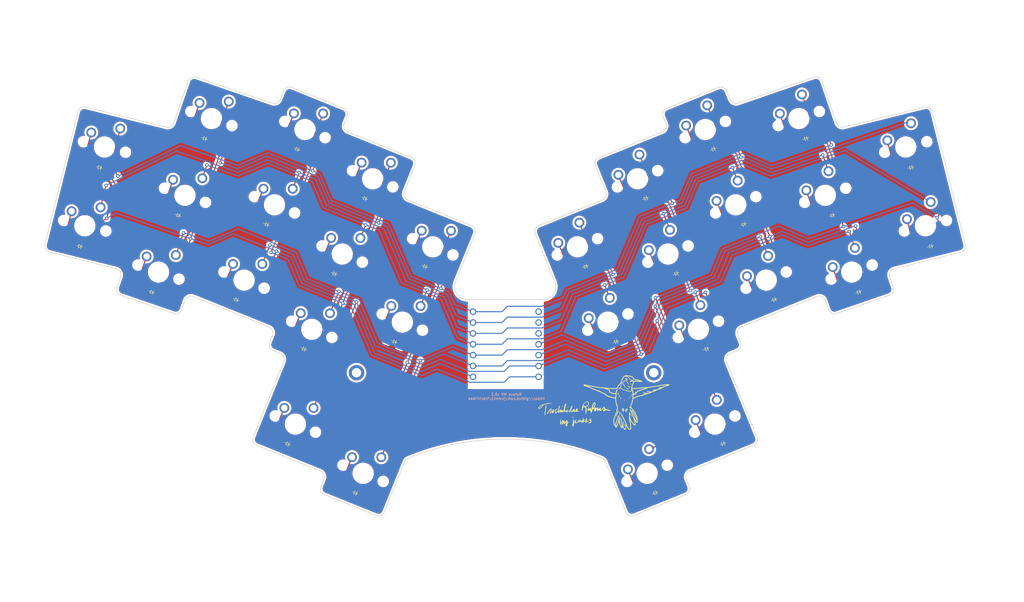
<source format=kicad_pcb>
(kicad_pcb (version 20211014) (generator pcbnew)
  (title_block (title "rufous_mx") (rev "v0.2") (company "Unknown"))
  (layers (0 "F.Cu" signal) (31 "B.Cu" signal) (34 "B.Paste" user) (35 "F.Paste" user) (36 "B.SilkS" user "B.Silkscreen") (37 "F.SilkS" user "F.Silkscreen") (38 "B.Mask" user) (39 "F.Mask" user) (44 "Edge.Cuts" user))
  (net 0 "")
  (net 1 "P2")
  (net 2 "P6")
  (net 3 "P0")
  (net 4 "P4")
  (net 5 "P3")
  (net 6 "P1")
  (net 7 "P5")
  (net 8 "P7")
  (net 9 "P8")
  (net 10 "GND")
  (net 11 "P9")
  (net 12 "P10")
  (net 13 "RAW3V3")
  (net 14 "RAW5V")
  (footprint "trochilidae:MXSimpleDiode" (layer "F.Cu") (at 143.632114 133.355764 -19)
    (fp_text reference "S4" hide)
    (fp_text value "" hide)
  )
  (footprint "trochilidae:MXSimpleDiode" (layer "F.Cu") (at 256.581799 147.103698 22)
    (fp_text reference "S25" hide)
    (fp_text value "" hide)
  )
  (footprint "trochilidae:MXSimpleDiode" (layer "F.Cu") (at 194.46037 163.029472 -22)
    (fp_text reference "S12" hide)
    (fp_text value "" hide)
  )
  (footprint "trochilidae:MXSimpleDiode" (layer "F.Cu") (at 263.699324 164.720195 22)
    (fp_text reference "S24" hide)
    (fp_text value "" hide)
  )
  (footprint "trochilidae:MXSimpleDiode" (layer "F.Cu") (at 293.352327 133.355763 19)
    (fp_text reference "S19" hide)
    (fp_text value "" hide)
  )
  (footprint "trochilidae:MXSimpleDiode" (layer "F.Cu") (at 149.817906 115.390912 -19)
    (fp_text reference "S5" hide)
    (fp_text value "" hide)
  )
  (footprint "trochilidae:MXSimpleDiode" (layer "F.Cu") (at 171.683051 117.965561 -22)
    (fp_text reference "S8" hide)
    (fp_text value "" hide)
  )
  (footprint "trochilidae:MXSimpleDiode" (layer "F.Cu") (at 180.40264 147.103704 -22)
    (fp_text reference "S10" hide)
    (fp_text value "" hide)
  )
  (footprint "trochilidae:RufousSilkText" (layer "F.Cu") (at 234.79 184.35)
    (fp_text reference "G***" hide)
    (fp_text value "LOGO" hide)
  )
  (footprint "trochilidae:MXSimpleDiode" (layer "F.Cu") (at 267.536545 186.897618 22)
    (fp_text reference "S29" hide)
    (fp_text value "" hide)
  )
  (footprint "trochilidae:MXSimpleDiode" (layer "F.Cu") (at 201.577895 145.412979 -22)
    (fp_text reference "S13" hide)
    (fp_text value "" hide)
  )
  (footprint "trochilidae:MXSimpleDiode" (layer "F.Cu") (at 169.447893 186.897618 -22)
    (fp_text reference "S14" hide)
    (fp_text value "" hide)
  )
  (footprint "trochilidae:MXSimpleDiode" (layer "F.Cu") (at 137.446318 151.320615 -19)
    (fp_text reference "S3" hide)
    (fp_text value "" hide)
  )
  (footprint "trochilidae:MXSimpleDiode" (layer "F.Cu") (at 120.208282 140.479782 -14)
    (fp_text reference "S1" hide)
    (fp_text value "" hide)
  )
  (footprint "trochilidae:MXSimpleDiode" (layer "F.Cu") (at 235.406542 145.412981 22)
    (fp_text reference "S28" hide)
    (fp_text value "" hide)
  )
  (footprint "trochilidae:XiaoSimpleRouted" (layer "F.Cu") (at 209.742219 178.71298)
    (fp_text reference "")
    (fp_text value "")
  )
  (footprint "trochilidae:MXSimpleDiode" (layer "F.Cu") (at 265.301386 117.965559 22)
    (fp_text reference "S23" hide)
    (fp_text value "" hide)
  )
  (footprint "trochilidae:MXSimpleDiode" (layer "F.Cu") (at 164.565528 135.582052 -22)
    (fp_text reference "S7" hide)
    (fp_text value "" hide)
  )
  (footprint "trochilidae:MXSimpleDiode" (layer "F.Cu") (at 312.179639 122.044165 14)
    (fp_text reference "S17" hide)
    (fp_text value "" hide)
  )
  (footprint "trochilidae:M2MountingHoleSlimSimple" (layer "F.Cu") (at 183.741758 174.876893 -22)
    (fp_text reference "HOLE1" hide)
    (fp_text value "" hide)
  )
  (footprint "trochilidae:MXSimpleDiode" (layer "F.Cu") (at 299.538123 151.320614 19)
    (fp_text reference "S18" hide)
    (fp_text value "" hide)
  )
  (footprint "trochilidae:MXSimpleDiode" (layer "F.Cu") (at 157.448004 153.198547 -22)
    (fp_text reference "S6" hide)
    (fp_text value "" hide)
  )
  (footprint "trochilidae:MXSimpleDiode" (layer "F.Cu") (at 242.524068 163.029472 22)
    (fp_text reference "S27" hide)
    (fp_text value "" hide)
  )
  (footprint "trochilidae:MXSimpleDiode" (layer "F.Cu") (at 185.285007 198.419268 -22)
    (fp_text reference "S15" hide)
    (fp_text value "" hide)
  )
  (footprint "trochilidae:MXSimpleDiode" (layer "F.Cu") (at 272.418911 135.582052 22)
    (fp_text reference "S22" hide)
    (fp_text value "" hide)
  )
  (footprint "trochilidae:MXSimpleDiode" (layer "F.Cu") (at 251.699437 198.419269 22)
    (fp_text reference "S30" hide)
    (fp_text value "" hide)
  )
  (footprint "trochilidae:RufousSilk" (layer "F.Cu") (at 246.36 181.78)
    (fp_text reference "G***" hide)
    (fp_text value "LOGO" hide)
  )
  (footprint "trochilidae:MXSimpleDiode" (layer "F.Cu") (at 124.804802 122.044167 -14)
    (fp_text reference "S2" hide)
    (fp_text value "" hide)
  )
  (footprint "trochilidae:MXSimpleDiode" (layer "F.Cu") (at 187.520165 129.487207 -22)
    (fp_text reference "S11" hide)
    (fp_text value "" hide)
  )
  (footprint "trochilidae:MXSimpleDiode" (layer "F.Cu") (at 173.285116 164.720192 -22)
    (fp_text reference "S9" hide)
    (fp_text value "" hide)
  )
  (footprint "trochilidae:MXSimpleDiode" (layer "F.Cu") (at 249.464272 129.487209 22)
    (fp_text reference "S26" hide)
    (fp_text value "" hide)
  )
  (footprint "trochilidae:M2MountingHoleSlimSimple" (layer "F.Cu") (at 253.242677 174.876896 22)
    (fp_text reference "HOLE2" hide)
    (fp_text value "" hide)
  )
  (footprint "trochilidae:MXSimpleDiode" (layer "F.Cu") (at 279.536436 153.198545 22)
    (fp_text reference "S21" hide)
    (fp_text value "" hide)
  )
  (footprint "trochilidae:MXSimpleDiode" (layer "F.Cu") (at 316.776156 140.479788 14)
    (fp_text reference "S16" hide)
    (fp_text value "" hide)
  )
  (footprint "trochilidae:MXSimpleDiode" (layer "F.Cu") (at 287.166533 115.390911 19)
    (fp_text reference "S20" hide)
    (fp_text value "" hide)
  )
  (gr_arc (start 210.601444 140.43045) (mid 211.420294 141.235129) (end 211.43031 142.383136) (layer "Edge.Cuts") (width 0.15))
  (gr_arc (start 260.896284 199.826538) (mid 260.906303 198.678531) (end 261.725153 197.873854) (layer "Edge.Cuts") (width 0.15))
  (gr_arc (start 118.614925 113.801868) (mid 119.297813 112.879) (end 120.433253 112.709308) (layer "Edge.Cuts") (width 0.15))
  (gr_line (start 293.358108 157.944978) (end 294.090164 160.071033) (layer "Edge.Cuts") (width 0.15))
  (gr_arc (start 261.551846 201.44911) (mid 261.541828 202.597117) (end 260.72298 203.401795) (layer "Edge.Cuts") (width 0.15))
  (gr_line (start 261.551847 201.44911) (end 260.896284 199.826538) (layer "Edge.Cuts") (width 0.15))
  (gr_line (start 273.551737 167.750037) (end 272.896178 166.127464) (layer "Edge.Cuts") (width 0.15))
  (gr_arc (start 273.551737 167.750037) (mid 273.541719 168.898041) (end 272.722874 169.70272) (layer "Edge.Cuts") (width 0.15))
  (gr_line (start 270.271434 172.310971) (end 277.388959 189.927465) (layer "Edge.Cuts") (width 0.15))
  (gr_line (start 248.669588 208.271682) (end 260.72298 203.401795) (layer "Edge.Cuts") (width 0.15))
  (gr_arc (start 295.996793 161.000958) (mid 294.850886 160.930869) (end 294.090164 160.071033) (layer "Edge.Cuts") (width 0.15))
  (gr_line (start 180.879905 116.558288) (end 181.535468 114.935716) (layer "Edge.Cuts") (width 0.15))
  (gr_arc (start 255.448974 114.935718) (mid 255.45899 113.787709) (end 256.27784 112.983029) (layer "Edge.Cuts") (width 0.15))
  (gr_line (start 268.33123 108.113146) (end 256.27784 112.983029) (layer "Edge.Cuts") (width 0.15))
  (gr_line (start 206.890035 153.620708) (end 211.43031 142.383136) (layer "Edge.Cuts") (width 0.15))
  (gr_line (start 120.433253 112.709308) (end 139.219332 117.393205) (layer "Edge.Cuts") (width 0.15))
  (gr_line (start 226.382994 140.430451) (end 241.217934 134.436746) (layer "Edge.Cuts") (width 0.15))
  (gr_line (start 141.00049 116.426114) (end 144.36995 106.640492) (layer "Edge.Cuts") (width 0.15))
  (gr_arc (start 268.331229 108.113146) (mid 269.479236 108.123165) (end 270.283912 108.942015) (layer "Edge.Cuts") (width 0.15))
  (gr_arc (start 316.551185 112.709311) (mid 317.686623 112.879003) (end 318.36951 113.801868) (layer "Edge.Cuts") (width 0.15))
  (gr_line (start 166.700523 108.942008) (end 165.885576 110.959083) (layer "Edge.Cuts") (width 0.15))
  (gr_line (start 110.873427 144.851333) (end 118.614925 113.801868) (layer "Edge.Cuts") (width 0.15))
  (gr_line (start 309.218464 154.861943) (end 308.402793 152.493068) (layer "Edge.Cuts") (width 0.15))
  (gr_arc (start 297.765107 117.393205) (mid 296.686486 117.255987) (end 295.983945 116.426114) (layer "Edge.Cuts") (width 0.15))
  (gr_line (start 261.725153 197.873854) (end 276.560093 191.880146) (layer "Edge.Cuts") (width 0.15))
  (gr_line (start 241.966766 195.685806) (end 246.716906 207.442817) (layer "Edge.Cuts") (width 0.15))
  (gr_arc (start 180.706601 112.98303) (mid 181.52545 113.787709) (end 181.535468 114.935716) (layer "Edge.Cuts") (width 0.15))
  (gr_arc (start 209.671592 157.744525) (mid 207.184475 156.422108) (end 206.890035 153.620708) (layer "Edge.Cuts") (width 0.15))
  (gr_line (start 209.671591 157.744525) (end 227.312847 157.744525) (layer "Edge.Cuts") (width 0.15))
  (gr_arc (start 230.094401 153.620702) (mid 229.799961 156.422102) (end 227.312847 157.744525) (layer "Edge.Cuts") (width 0.15))
  (gr_arc (start 160.424344 191.880148) (mid 159.605497 191.075469) (end 159.595479 189.927463) (layer "Edge.Cuts") (width 0.15))
  (gr_line (start 145.606519 157.042554) (end 163.259397 164.17478) (layer "Edge.Cuts") (width 0.15))
  (gr_line (start 111.965988 146.66966) (end 127.526251 150.549268) (layer "Edge.Cuts") (width 0.15))
  (gr_line (start 181.708772 118.510972) (end 196.543712 124.504681) (layer "Edge.Cuts") (width 0.15))
  (gr_line (start 309.458187 150.549266) (end 325.018452 146.66966) (layer "Edge.Cuts") (width 0.15))
  (gr_arc (start 290.707856 105.71057) (mid 291.853764 105.780657) (end 292.614488 106.640493) (layer "Edge.Cuts") (width 0.15))
  (gr_line (start 271.098862 110.959083) (end 270.283912 108.942015) (layer "Edge.Cuts") (width 0.15))
  (gr_arc (start 248.669588 208.271682) (mid 247.521584 208.261662) (end 246.716906 207.442817) (layer "Edge.Cuts") (width 0.15))
  (gr_line (start 255.448974 114.935718) (end 256.104535 116.558287) (layer "Edge.Cuts") (width 0.15))
  (gr_arc (start 128.695902 156.768572) (mid 127.836064 156.007852) (end 127.765975 154.861945) (layer "Edge.Cuts") (width 0.15))
  (gr_line (start 190.267533 207.44282) (end 195.017672 195.685808) (layer "Edge.Cuts") (width 0.15))
  (gr_arc (start 270.271434 172.310971) (mid 270.281451 171.162964) (end 271.100296 170.358283) (layer "Edge.Cuts") (width 0.15))
  (gr_line (start 240.440725 124.50468) (end 255.275666 118.510975) (layer "Edge.Cuts") (width 0.15))
  (gr_arc (start 256.104535 116.558287) (mid 256.094515 117.706295) (end 255.275666 118.510975) (layer "Edge.Cuts") (width 0.15))
  (gr_line (start 195.766501 134.436747) (end 210.601443 140.430452) (layer "Edge.Cuts") (width 0.15))
  (gr_arc (start 277.38896 189.927464) (mid 277.378941 191.075469) (end 276.560093 191.880146) (layer "Edge.Cuts") (width 0.15))
  (gr_arc (start 163.259397 164.17478) (mid 164.078244 164.979458) (end 164.088262 166.127464) (layer "Edge.Cuts") (width 0.15))
  (gr_arc (start 142.894272 160.071033) (mid 142.13355 160.930872) (end 140.98764 161.000958) (layer "Edge.Cuts") (width 0.15))
  (gr_arc (start 190.267533 207.44282) (mid 189.462854 208.261667) (end 188.314847 208.27168) (layer "Edge.Cuts") (width 0.15))
  (gr_arc (start 144.369951 106.640494) (mid 145.130672 105.780655) (end 146.276581 105.710573) (layer "Edge.Cuts") (width 0.15))
  (gr_arc (start 196.543712 124.504681) (mid 197.36256 125.309359) (end 197.37258 126.457366) (layer "Edge.Cuts") (width 0.15))
  (gr_line (start 160.424344 191.880148) (end 175.259288 197.873854) (layer "Edge.Cuts") (width 0.15))
  (gr_arc (start 176.261459 203.401797) (mid 175.44261 202.597119) (end 175.432592 201.449112) (layer "Edge.Cuts") (width 0.15))
  (gr_line (start 159.595479 189.927463) (end 166.713004 172.310968) (layer "Edge.Cuts") (width 0.15))
  (gr_line (start 194.937635 132.484061) (end 197.37258 126.457366) (layer "Edge.Cuts") (width 0.15))
  (gr_arc (start 272.896178 166.127464) (mid 272.906196 164.979456) (end 273.725043 164.174775) (layer "Edge.Cuts") (width 0.15))
  (gr_line (start 272.977992 111.815453) (end 290.707856 105.71057) (layer "Edge.Cuts") (width 0.15))
  (gr_line (start 146.276581 105.710573) (end 164.006445 111.815451) (layer "Edge.Cuts") (width 0.15))
  (gr_arc (start 127.526251 150.549268) (mid 128.481593 151.288974) (end 128.581644 152.493064) (layer "Edge.Cuts") (width 0.15))
  (gr_arc (start 195.766501 134.436747) (mid 194.947653 133.632068) (end 194.937635 132.484061) (layer "Edge.Cuts") (width 0.15))
  (gr_arc (start 308.402793 152.493068) (mid 308.502843 151.288974) (end 309.458187 150.549266) (layer "Edge.Cuts") (width 0.15))
  (gr_line (start 176.088152 199.826538) (end 175.432592 201.449112) (layer "Edge.Cuts") (width 0.15))
  (gr_arc (start 225.554129 142.383138) (mid 225.564146 141.235131) (end 226.382994 140.430451) (layer "Edge.Cuts") (width 0.15))
  (gr_line (start 271.100296 170.358283) (end 272.722874 169.70272) (layer "Edge.Cuts") (width 0.15))
  (gr_arc (start 195.842198 194.858701) (mid 218.492218 190.419269) (end 241.142238 194.858701) (layer "Edge.Cuts") (width 0.15))
  (gr_line (start 225.554129 142.383138) (end 230.094402 153.620704) (layer "Edge.Cuts") (width 0.15))
  (gr_arc (start 309.218464 154.861943) (mid 309.148378 156.007853) (end 308.288538 156.768573) (layer "Edge.Cuts") (width 0.15))
  (gr_line (start 297.765107 117.393205) (end 316.551185 112.709307) (layer "Edge.Cuts") (width 0.15))
  (gr_arc (start 181.708772 118.510972) (mid 180.889923 117.706295) (end 180.879905 116.558288) (layer "Edge.Cuts") (width 0.15))
  (gr_arc (start 195.017675 195.685808) (mid 195.346135 195.188716) (end 195.842196 194.858701) (layer "Edge.Cuts") (width 0.15))
  (gr_arc (start 164.261567 169.702719) (mid 163.442721 168.898042) (end 163.432703 167.750037) (layer "Edge.Cuts") (width 0.15))
  (gr_line (start 295.996793 161.000958) (end 308.288538 156.768573) (layer "Edge.Cuts") (width 0.15))
  (gr_line (start 128.581644 152.493064) (end 127.765975 154.861945) (layer "Edge.Cuts") (width 0.15))
  (gr_line (start 176.261457 203.401797) (end 188.314847 208.27168) (layer "Edge.Cuts") (width 0.15))
  (gr_line (start 128.695902 156.768572) (end 140.98764 161.000958) (layer "Edge.Cuts") (width 0.15))
  (gr_arc (start 291.377918 157.042552) (mid 292.561869 157.068387) (end 293.358108 157.944978) (layer "Edge.Cuts") (width 0.15))
  (gr_line (start 318.36951 113.801868) (end 326.11101 144.851334) (layer "Edge.Cuts") (width 0.15))
  (gr_line (start 180.706601 112.98303) (end 168.653213 108.113144) (layer "Edge.Cuts") (width 0.15))
  (gr_arc (start 175.259288 197.873854) (mid 176.078135 198.678532) (end 176.088152 199.826538) (layer "Edge.Cuts") (width 0.15))
  (gr_arc (start 165.884137 170.358283) (mid 166.702984 171.162962) (end 166.713004 172.310968) (layer "Edge.Cuts") (width 0.15))
  (gr_arc (start 111.965987 146.669659) (mid 111.043119 145.986773) (end 110.873427 144.851333) (layer "Edge.Cuts") (width 0.15))
  (gr_arc (start 241.142238 194.858701) (mid 241.638303 195.188713) (end 241.966766 195.685806) (layer "Edge.Cuts") (width 0.15))
  (gr_line (start 239.61186 126.457363) (end 242.046805 132.484061) (layer "Edge.Cuts") (width 0.15))
  (gr_line (start 292.614488 106.640493) (end 295.983945 116.426114) (layer "Edge.Cuts") (width 0.15))
  (gr_arc (start 166.700523 108.942008) (mid 167.505205 108.123161) (end 168.653213 108.113144) (layer "Edge.Cuts") (width 0.15))
  (gr_line (start 164.088262 166.127464) (end 163.432703 167.750037) (layer "Edge.Cuts") (width 0.15))
  (gr_arc (start 165.885576 110.959083) (mid 165.116839 111.762117) (end 164.006445 111.815451) (layer "Edge.Cuts") (width 0.15))
  (gr_arc (start 141.00049 116.426114) (mid 140.297951 117.255987) (end 139.219332 117.393205) (layer "Edge.Cuts") (width 0.15))
  (gr_arc (start 272.97799 111.815453) (mid 271.867597 111.762117) (end 271.098863 110.959083) (layer "Edge.Cuts") (width 0.15))
  (gr_arc (start 239.61186 126.457363) (mid 239.621879 125.309358) (end 240.440725 124.50468) (layer "Edge.Cuts") (width 0.15))
  (gr_arc (start 143.626331 157.944976) (mid 144.422569 157.068387) (end 145.606519 157.042554) (layer "Edge.Cuts") (width 0.15))
  (gr_arc (start 242.046805 132.484061) (mid 242.036787 133.63207) (end 241.217934 134.436746) (layer "Edge.Cuts") (width 0.15))
  (gr_line (start 142.894272 160.071033) (end 143.626331 157.944976) (layer "Edge.Cuts") (width 0.15))
  (gr_line (start 273.725043 164.174775) (end 291.377918 157.042552) (layer "Edge.Cuts") (width 0.15))
  (gr_arc (start 326.11101 144.851334) (mid 325.941317 145.986772) (end 325.018452 146.66966) (layer "Edge.Cuts") (width 0.15))
  (gr_line (start 164.261567 169.702719) (end 165.884137 170.358283) (layer "Edge.Cuts") (width 0.15))
  (gr_text "Rufous MX v0.2\nhttps://github.com/jcmkk3/trochilidae" (at 218.810001 180.44) (layer "B.SilkS") (effects (font (size 0.6 0.6) (thickness 0.1)) (justify mirror)))
  (segment (start 257.033844 141.442104) (end 255.517763 137.689671) (width 0.25) (layer "F.Cu") (net 1))
  (segment (start 292.782392 123.898805) (end 292.778883 123.897094) (width 0.25) (layer "F.Cu") (net 1))
  (segment (start 170.345604 128.056314) (end 170.345838 128.056217) (width 0.25) (layer "F.Cu") (net 1))
  (segment (start 294.100057 127.725586) (end 292.782392 123.898805) (width 0.25) (layer "F.Cu") (net 1))
  (segment (start 255.517763 137.689671) (end 255.518112 137.688847) (width 0.25) (layer "F.Cu") (net 1))
  (segment (start 123.901801 136.165167) (end 125.180139 131.038025) (width 0.25) (layer "F.Cu") (net 1))
  (segment (start 168.823577 131.823457) (end 170.345604 128.056314) (width 0.25) (layer "F.Cu") (net 1))
  (segment (start 125.180139 131.038025) (end 125.178706 131.035641) (width 0.25) (layer "F.Cu") (net 1))
  (segment (start 200.244188 155.494465) (end 200.244425 155.494365) (width 0.25) (layer "F.Cu") (net 1))
  (segment (start 198.718421 159.27088) (end 200.244188 155.494465) (width 0.25) (layer "F.Cu") (net 1))
  (via (at 125.178706 131.035641) (size 0.8) (drill 0.4) (layers "F.Cu" "B.Cu") (net 1))
  (via (at 255.518112 137.688847) (size 0.8) (drill 0.4) (layers "F.Cu" "B.Cu") (net 1))
  (via (at 200.244425 155.494365) (size 0.8) (drill 0.4) (layers "F.Cu" "B.Cu") (net 1))
  (via (at 170.345838 128.056217) (size 0.8) (drill 0.4) (layers "F.Cu" "B.Cu") (net 1))
  (via (at 292.778883 123.897094) (size 0.8) (drill 0.4) (layers "F.Cu" "B.Cu") (net 1))
  (segment (start 170.345838 128.056217) (end 162.891281 125.04438) (width 0.25) (layer "B.Cu") (net 1))
  (segment (start 251.030542 139.501941) (end 245.786586 151.855933) (width 0.25) (layer "B.Cu") (net 1))
  (segment (start 195.36744 153.523933) (end 200.244425 155.494365) (width 0.25) (layer "B.Cu") (net 1))
  (segment (start 200.244425 155.494365) (end 204.212774 157.09768) (width 0.25) (layer "B.Cu") (net 1))
  (segment (start 204.212774 157.09768) (end 207.204029 164.144629) (width 0.25) (layer "B.Cu") (net 1))
  (segment (start 273.979155 125.10706) (end 263.0662 129.516178) (width 0.25) (layer "B.Cu") (net 1))
  (segment (start 292.778883 123.897094) (end 280.821394 128.014386) (width 0.25) (layer "B.Cu") (net 1))
  (segment (start 280.821394 128.014386) (end 280.7745 127.991514) (width 0.25) (layer "B.Cu") (net 1))
  (segment (start 170.345838 128.056217) (end 174.119479 129.580868) (width 0.25) (layer "B.Cu") (net 1))
  (segment (start 176.733166 135.738334) (end 190.112432 141.143907) (width 0.25) (layer "B.Cu") (net 1))
  (segment (start 231.692653 162.546463) (end 227.092219 164.405162) (width 0.25) (layer "B.Cu") (net 1))
  (segment (start 141.646773 123.003629) (end 125.178706 131.035641) (width 0.25) (layer "B.Cu") (net 1))
  (segment (start 263.0662 129.516178) (end 260.44146 135.699685) (width 0.25) (layer "B.Cu") (net 1))
  (segment (start 245.786586 151.855933) (end 234.252417 156.516038) (width 0.25) (layer "B.Cu") (net 1))
  (segment (start 260.44146 135.699685) (end 255.518112 137.688847) (width 0.25) (layer "B.Cu") (net 1))
  (segment (start 174.119479 129.580868) (end 176.733166 135.738334) (width 0.25) (layer "B.Cu") (net 1))
  (segment (start 280.7745 127.991514) (end 273.979155 125.10706) (width 0.25) (layer "B.Cu") (net 1))
  (segment (start 255.518112 137.688847) (end 251.030542 139.501941) (width 0.25) (layer "B.Cu") (net 1))
  (segment (start 156.030845 127.956462) (end 162.891281 125.04438) (width 0.25) (layer "B.Cu") (net 1))
  (segment (start 234.252417 156.516038) (end 231.692653 162.546463) (width 0.25) (layer "B.Cu") (net 1))
  (segment (start 207.204029 164.144629) (end 210.992218 165.675159) (width 0.25) (layer "B.Cu") (net 1))
  (segment (start 190.112432 141.143907) (end 195.36744 153.523933) (width 0.25) (layer "B.Cu") (net 1))
  (segment (start 156.030845 127.956462) (end 141.646773 123.003629) (width 0.25) (layer "B.Cu") (net 1))
  (segment (start 149.903579 120.666207) (end 149.763193 120.617868) (width 0.25) (layer "F.Cu") (net 2))
  (segment (start 122.401945 144.614518) (end 123.603459 139.795507) (width 0.25) (layer "F.Cu") (net 2))
  (segment (start 151.62774 124.201259) (end 149.903579 120.666207) (width 0.25) (layer "F.Cu") (net 2))
  (segment (start 123.603459 139.795507) (end 125.336931 138.753935) (width 0.25) (layer "F.Cu") (net 2))
  (segment (start 125.336931 138.753935) (end 127.324538 130.782081) (width 0.25) (layer "F.Cu") (net 2))
  (segment (start 120.60934 145.691623) (end 122.401945 144.614518) (width 0.25) (layer "F.Cu") (net 2))
  (segment (start 127.324538 130.782081) (end 125.205856 127.256005) (width 0.25) (layer "F.Cu") (net 2))
  (segment (start 139.65363 155.444309) (end 141.528667 149.998813) (width 0.25) (layer "F.Cu") (net 2))
  (segment (start 145.826166 137.517965) (end 147.554934 132.497261) (width 0.25) (layer "F.Cu") (net 2))
  (segment (start 151.62774 124.201259) (end 149.016684 131.784318) (width 0.25) (layer "F.Cu") (net 2))
  (segment (start 149.016684 131.784318) (end 147.554934 132.497261) (width 0.25) (layer "F.Cu") (net 2))
  (segment (start 157.119809 158.415478) (end 158.877296 157.669469) (width 0.25) (layer "F.Cu") (net 2))
  (segment (start 162.949141 151.488722) (end 164.994491 146.426298) (width 0.25) (layer "F.Cu") (net 2))
  (segment (start 146.520513 138.941583) (end 145.826166 137.517965) (width 0.25) (layer "F.Cu") (net 2))
  (segment (start 158.877296 157.669469) (end 161.048526 152.295484) (width 0.25) (layer "F.Cu") (net 2))
  (segment (start 143.577401 138.582724) (end 143.615907 138.595984) (width 0.25) (layer "F.Cu") (net 2))
  (segment (start 142.952284 149.304467) (end 144.942903 143.523284) (width 0.25) (layer "F.Cu") (net 2))
  (segment (start 143.615907 138.595984) (end 145.826166 137.517965) (width 0.25) (layer "F.Cu") (net 2))
  (segment (start 137.391603 156.547576) (end 139.65363 155.444309) (width 0.25) (layer "F.Cu") (net 2))
  (segment (start 141.528667 149.998813) (end 142.952284 149.304467) (width 0.25) (layer "F.Cu") (net 2))
  (segment (start 161.048526 152.295484) (end 162.949141 151.488722) (width 0.25) (layer "F.Cu") (net 2))
  (segment (start 144.942903 143.523284) (end 146.520513 138.941583) (width 0.25) (layer "F.Cu") (net 2))
  (via (at 164.994491 146.426298) (size 0.8) (drill 0.4) (layers "F.Cu" "B.Cu") (net 2))
  (via (at 144.942903 143.523284) (size 0.8) (drill 0.4) (layers "F.Cu" "B.Cu") (net 2))
  (via (at 125.336931 138.753935) (size 0.8) (drill 0.4) (layers "F.Cu" "B.Cu") (net 2))
  (segment (start 144.987399 143.501584) (end 144.942903 143.523284) (width 0.25) (layer "B.Cu") (net 2))
  (segment (start 164.994491 146.426298) (end 164.986473 146.407408) (width 0.25) (layer "B.Cu") (net 2))
  (segment (start 168.378713 147.793612) (end 171.003456 153.977117) (width 0.25) (layer "B.Cu") (net 2))
  (segment (start 125.336969 138.753945) (end 127.433403 137.49428) (width 0.25) (layer "B.Cu") (net 2))
  (segment (start 188.017954 170.299387) (end 198.782559 174.648569) (width 0.25) (layer "B.Cu") (net 2))
  (segment (start 198.782559 174.648569) (end 203.304497 172.72912) (width 0.25) (layer "B.Cu") (net 2))
  (segment (start 183.177379 158.895701) (end 188.017954 170.299387) (width 0.25) (layer "B.Cu") (net 2))
  (segment (start 164.994491 146.426298) (end 168.378713 147.793612) (width 0.25) (layer "B.Cu") (net 2))
  (segment (start 164.986473 146.407408) (end 154.971981 142.361292) (width 0.25) (layer "B.Cu") (net 2))
  (segment (start 125.336931 138.753935) (end 125.336969 138.753945) (width 0.25) (layer "B.Cu") (net 2))
  (segment (start 144.942903 143.523284) (end 127.433403 137.49428) (width 0.25) (layer "B.Cu") (net 2))
  (segment (start 149.016926 144.889062) (end 144.987399 143.501584) (width 0.25) (layer "B.Cu") (net 2))
  (segment (start 154.971981 142.361292) (end 149.016926 144.889062) (width 0.25) (layer "B.Cu") (net 2))
  (segment (start 203.304497 172.72912) (end 210.99222 175.83516) (width 0.25) (layer "B.Cu") (net 2))
  (segment (start 171.003456 153.977117) (end 183.177379 158.895701) (width 0.25) (layer "B.Cu") (net 2))
  (segment (start 127.959163 128.867137) (end 127.957372 128.874313) (width 0.25) (layer "F.Cu") (net 3))
  (segment (start 294.035094 119.545531) (end 290.728053 117.932581) (width 0.25) (layer "F.Cu") (net 3))
  (segment (start 128.498315 117.729545) (end 126.377654 126.23506) (width 0.25) (layer "F.Cu") (net 3))
  (segment (start 126.377654 126.23506) (end 127.959163 128.867137) (width 0.25) (layer "F.Cu") (net 3))
  (segment (start 203.43849 155.155388) (end 204.174476 153.333756) (width 0.25) (layer "F.Cu") (net 3))
  (segment (start 202.608096 149.643596) (end 205.835946 141.654383) (width 0.25) (layer "F.Cu") (net 3))
  (segment (start 253.213454 131.986314) (end 256.930244 133.563998) (width 0.25) (layer "F.Cu") (net 3))
  (segment (start 294.74011 121.593052) (end 294.035094 119.545531) (width 0.25) (layer "F.Cu") (net 3))
  (segment (start 249.916318 123.825614) (end 253.213454 131.986314) (width 0.25) (layer "F.Cu") (net 3))
  (segment (start 204.174476 153.333756) (end 202.608096 149.643596) (width 0.25) (layer "F.Cu") (net 3))
  (segment (start 172.720743 122.177631) (end 174.242919 125.763654) (width 0.25) (layer "F.Cu") (net 3))
  (segment (start 174.242919 125.763654) (end 173.489688 127.62796) (width 0.25) (layer "F.Cu") (net 3))
  (segment (start 256.930244 133.563998) (end 257.599103 135.219483) (width 0.25) (layer "F.Cu") (net 3))
  (segment (start 290.728053 117.932581) (end 287.914262 109.760735) (width 0.25) (layer "F.Cu") (net 3))
  (segment (start 175.941102 114.206968) (end 172.720743 122.177631) (width 0.25) (layer "F.Cu") (net 3))
  (via (at 127.957372 128.874313) (size 0.8) (drill 0.4) (layers "F.Cu" "B.Cu") (net 3))
  (via (at 173.489688 127.62796) (size 0.8) (drill 0.4) (layers "F.Cu" "B.Cu") (net 3))
  (via (at 203.43849 155.155388) (size 0.8) (drill 0.4) (layers "F.Cu" "B.Cu") (net 3))
  (via (at 294.74011 121.593052) (size 0.8) (drill 0.4) (layers "F.Cu" "B.Cu") (net 3))
  (via (at 257.599103 135.219483) (size 0.8) (drill 0.4) (layers "F.Cu" "B.Cu") (net 3))
  (segment (start 257.599103 135.219483) (end 249.890031 138.33415) (width 0.25) (layer "B.Cu") (net 3))
  (segment (start 177.785773 134.562517) (end 191.285571 140.016792) (width 0.25) (layer "B.Cu") (net 3))
  (segment (start 232.097918 157.302727) (end 227.092218 159.325161) (width 0.25) (layer "B.Cu") (net 3))
  (segment (start 257.599103 135.219483) (end 259.458568 134.468209) (width 0.25) (layer "B.Cu") (net 3))
  (segment (start 142.599863 121.732694) (end 127.957372 128.874313) (width 0.25) (layer "B.Cu") (net 3))
  (segment (start 205.445555 155.966293) (end 206.668957 158.848446) (width 0.25) (layer "B.Cu") (net 3))
  (segment (start 155.982591 126.340734) (end 142.599863 121.732694) (width 0.25) (layer "B.Cu") (net 3))
  (segment (start 175.122201 128.287535) (end 177.785773 134.562517) (width 0.25) (layer "B.Cu") (net 3))
  (segment (start 191.285571 140.016792) (end 196.526048 152.362582) (width 0.25) (layer "B.Cu") (net 3))
  (segment (start 294.74011 121.593052) (end 280.784359 126.398402) (width 0.25) (layer "B.Cu") (net 3))
  (segment (start 249.890031 138.33415) (end 244.640548 150.701159) (width 0.25) (layer "B.Cu") (net 3))
  (segment (start 196.526048 152.362582) (end 203.43849 155.155388) (width 0.25) (layer "B.Cu") (net 3))
  (segment (start 232.883859 155.451171) (end 232.097918 157.302727) (width 0.25) (layer "B.Cu") (net 3))
  (segment (start 203.43849 155.155388) (end 205.445555 155.966293) (width 0.25) (layer "B.Cu") (net 3))
  (segment (start 173.489688 127.62796) (end 162.966411 123.37628) (width 0.25) (layer "B.Cu") (net 3))
  (segment (start 244.640548 150.701159) (end 232.883859 155.451171) (width 0.25) (layer "B.Cu") (net 3))
  (segment (start 155.982591 126.340734) (end 162.966411 123.37628) (width 0.25) (layer "B.Cu") (net 3))
  (segment (start 280.784359 126.398402) (end 280.776393 126.394516) (width 0.25) (layer "B.Cu") (net 3))
  (segment (start 259.458568 134.468209) (end 262.077787 128.297723) (width 0.25) (layer "B.Cu") (net 3))
  (segment (start 280.776393 126.394516) (end 280.785664 126.390772) (width 0.25) (layer "B.Cu") (net 3))
  (segment (start 273.955011 123.499012) (end 280.776393 126.394516) (width 0.25) (layer "B.Cu") (net 3))
  (segment (start 173.489688 127.62796) (end 175.122201 128.287535) (width 0.25) (layer "B.Cu") (net 3))
  (segment (start 206.668957 158.848446) (end 210.99222 160.595163) (width 0.25) (layer "B.Cu") (net 3))
  (segment (start 262.077787 128.297723) (end 273.955011 123.499012) (width 0.25) (layer "B.Cu") (net 3))
  (segment (start 179.605759 155.856499) (end 179.60583 155.856472) (width 0.25) (layer "F.Cu") (net 4))
  (segment (start 264.557794 172.744505) (end 257.867417 169.904608) (width 0.25) (layer "F.Cu") (net 4))
  (segment (start 267.988591 181.236024) (end 264.557794 172.744505) (width 0.25) (layer "F.Cu") (net 4))
  (segment (start 278.187698 143.079855) (end 278.193574 143.066012) (width 0.25) (layer "F.Cu") (net 4))
  (segment (start 253.600649 159.343988) (end 253.608939 159.324458) (width 0.25) (layer "F.Cu") (net 4))
  (segment (start 198.680256 172.018751) (end 198.685753 172.031699) (width 0.25) (layer "F.Cu") (net 4))
  (segment (start 177.543165 160.9616) (end 179.605759 155.856499) (width 0.25) (layer "F.Cu") (net 4))
  (segment (start 279.988481 147.536951) (end 278.187698 143.079855) (width 0.25) (layer "F.Cu") (net 4))
  (segment (start 198.685753 172.031699) (end 189.543053 194.660676) (width 0.25) (layer "F.Cu") (net 4))
  (segment (start 143.285151 142.165159) (end 143.288441 142.163551) (width 0.25) (layer "F.Cu") (net 4))
  (segment (start 257.867417 169.904608) (end 253.600649 159.343988) (width 0.25) (layer "F.Cu") (net 4))
  (segment (start 141.501822 147.344325) (end 143.285151 142.165159) (width 0.25) (layer "F.Cu") (net 4))
  (via (at 253.608939 159.324458) (size 0.8) (drill 0.4) (layers "F.Cu" "B.Cu") (net 4))
  (via (at 179.60583 155.856472) (size 0.8) (drill 0.4) (layers "F.Cu" "B.Cu") (net 4))
  (via (at 143.288441 142.163551) (size 0.8) (drill 0.4) (layers "F.Cu" "B.Cu") (net 4))
  (via (at 278.193574 143.066012) (size 0.8) (drill 0.4) (layers "F.Cu" "B.Cu") (net 4))
  (via (at 198.680256 172.018751) (size 0.8) (drill 0.4) (layers "F.Cu" "B.Cu") (net 4))
  (segment (start 227.09222 169.48516) (end 232.571543 167.27137) (width 0.25) (layer "B.Cu") (net 4))
  (segment (start 172.25326 152.88584) (end 179.60583 155.856472) (width 0.25) (layer "B.Cu") (net 4))
  (segment (start 156.049022 141.205076) (end 169.622993 146.689316) (width 0.25) (layer "B.Cu") (net 4))
  (segment (start 143.370126 142.123713) (end 149.175567 144.122686) (width 0.25) (layer "B.Cu") (net 4))
  (segment (start 249.843123 168.196159) (end 253.608939 159.324458) (width 0.25) (layer "B.Cu") (net 4))
  (segment (start 253.608939 159.324458) (end 254.214012 157.898996) (width 0.25) (layer "B.Cu") (net 4))
  (segment (start 169.622993 146.689316) (end 172.25326 152.88584) (width 0.25) (layer "B.Cu") (net 4))
  (segment (start 198.667238 172.024277) (end 188.709285 168.001002) (width 0.25) (layer "B.Cu") (net 4))
  (segment (start 198.680256 172.018751) (end 198.667238 172.024277) (width 0.25) (layer "B.Cu") (net 4))
  (segment (start 269.923095 146.407503) (end 278.193574 143.066012) (width 0.25) (layer "B.Cu") (net 4))
  (segment (start 188.709285 168.001002) (end 184.371553 157.781947) (width 0.25) (layer "B.Cu") (net 4))
  (segment (start 198.6988 172.026244) (end 206.227998 168.830289) (width 0.25) (layer "B.Cu") (net 4))
  (segment (start 149.175567 144.122686) (end 156.049022 141.205076) (width 0.25) (layer "B.Cu") (net 4))
  (segment (start 232.571543 167.27137) (end 242.110408 171.320379) (width 0.25) (layer "B.Cu") (net 4))
  (segment (start 143.288441 142.163551) (end 143.370126 142.123713) (width 0.25) (layer "B.Cu") (net 4))
  (segment (start 198.680256 172.018751) (end 198.6988 172.026244) (width 0.25) (layer "B.Cu") (net 4))
  (segment (start 242.110408 171.320379) (end 249.843123 168.196159) (width 0.25) (layer "B.Cu") (net 4))
  (segment (start 267.287301 152.617044) (end 269.923095 146.407503) (width 0.25) (layer "B.Cu") (net 4))
  (segment (start 206.227998 168.830289) (end 210.99222 170.755157) (width 0.25) (layer "B.Cu") (net 4))
  (segment (start 254.214012 157.898996) (end 267.287301 152.617044) (width 0.25) (layer "B.Cu") (net 4))
  (segment (start 184.371553 157.781947) (end 179.60583 155.856472) (width 0.25) (layer "B.Cu") (net 4))
  (segment (start 272.870958 129.920458) (end 271.654559 126.909769) (width 0.25) (layer "F.Cu") (net 5))
  (segment (start 271.654559 126.909769) (end 271.677013 126.856872) (width 0.25) (layer "F.Cu") (net 5))
  (segment (start 242.976113 157.367879) (end 241.759715 154.357188) (width 0.25) (layer "F.Cu") (net 5))
  (segment (start 185.901757 140.273355) (end 185.901996 140.273251) (width 0.25) (layer "F.Cu") (net 5))
  (segment (start 148.754982 126.279613) (end 148.754734 126.279106) (width 0.25) (layer "F.Cu") (net 5))
  (segment (start 184.660687 143.345106) (end 185.901757 140.273355) (width 0.25) (layer "F.Cu") (net 5))
  (segment (start 147.687615 129.379473) (end 148.754982 126.279613) (width 0.25) (layer "F.Cu") (net 5))
  (segment (start 241.759715 154.357188) (end 241.760066 154.356364) (width 0.25) (layer "F.Cu") (net 5))
  (via (at 148.754734 126.279106) (size 0.8) (drill 0.4) (layers "F.Cu" "B.Cu") (net 5))
  (via (at 241.760066 154.356364) (size 0.8) (drill 0.4) (layers "F.Cu" "B.Cu") (net 5))
  (via (at 185.901996 140.273251) (size 0.8) (drill 0.4) (layers "F.Cu" "B.Cu") (net 5))
  (via (at 271.677013 126.856872) (size 0.8) (drill 0.4) (layers "F.Cu" "B.Cu") (net 5))
  (segment (start 297.968687 122.893122) (end 297.964841 122.877683) (width 0.25) (layer "B.Cu") (net 5))
  (segment (start 173.354608 130.059166) (end 163.016508 125.882305) (width 0.25) (layer "B.Cu") (net 5))
  (segment (start 271.677013 126.856872) (end 273.846622 125.980292) (width 0.25) (layer "B.Cu") (net 5))
  (segment (start 234.991625 157.090992) (end 231.578103 165.132745) (width 0.25) (layer "B.Cu") (net 5))
  (segment (start 207.318578 166.730914) (end 210.992219 168.215159) (width 0.25) (layer "B.Cu") (net 5))
  (segment (start 203.434887 157.581511) (end 207.318578 166.730914) (width 0.25) (layer "B.Cu") (net 5))
  (segment (start 194.265041 153.876651) (end 203.434887 157.581511) (width 0.25) (layer "B.Cu") (net 5))
  (segment (start 231.578103 165.132745) (end 227.092219 166.945161) (width 0.25) (layer "B.Cu") (net 5))
  (segment (start 263.573428 130.130933) (end 271.677013 126.856872) (width 0.25) (layer "B.Cu") (net 5))
  (segment (start 175.990399 136.268706) (end 173.354608 130.059166) (width 0.25) (layer "B.Cu") (net 5))
  (segment (start 318.011742 134.936201) (end 297.968687 122.893122) (width 0.25) (layer "B.Cu") (net 5))
  (segment (start 260.948683 136.314437) (end 263.573428 130.130933) (width 0.25) (layer "B.Cu") (net 5))
  (segment (start 241.760066 154.356364) (end 234.991625 157.090992) (width 0.25) (layer "B.Cu") (net 5))
  (segment (start 156.182109 128.783336) (end 163.016508 125.882305) (width 0.25) (layer "B.Cu") (net 5))
  (segment (start 241.760066 154.356364) (end 246.247637 152.543269) (width 0.25) (layer "B.Cu") (net 5))
  (segment (start 189.026606 141.535678) (end 194.265041 153.876651) (width 0.25) (layer "B.Cu") (net 5))
  (segment (start 273.846622 125.980292) (end 275.538951 126.698645) (width 0.25) (layer "B.Cu") (net 5))
  (segment (start 185.901996 140.273251) (end 189.026606 141.535678) (width 0.25) (layer "B.Cu") (net 5))
  (segment (start 280.610192 128.853366) (end 297.964841 122.877683) (width 0.25) (layer "B.Cu") (net 5))
  (segment (start 275.538951 126.698645) (end 280.576882 128.837116) (width 0.25) (layer "B.Cu") (net 5))
  (segment (start 148.754734 126.279106) (end 156.118145 128.814532) (width 0.25) (layer "B.Cu") (net 5))
  (segment (start 246.247637 152.543269) (end 251.519224 140.124188) (width 0.25) (layer "B.Cu") (net 5))
  (segment (start 251.519224 140.124188) (end 260.948683 136.314437) (width 0.25) (layer "B.Cu") (net 5))
  (segment (start 280.576882 128.837116) (end 280.610192 128.853366) (width 0.25) (layer "B.Cu") (net 5))
  (segment (start 185.901996 140.273251) (end 175.990399 136.268706) (width 0.25) (layer "B.Cu") (net 5))
  (segment (start 269.076789 120.529568) (end 272.650378 122.046467) (width 0.25) (layer "F.Cu") (net 6))
  (segment (start 235.858588 139.751384) (end 239.144487 147.88427) (width 0.25) (layer "F.Cu") (net 6))
  (segment (start 190.043876 137.001059) (end 188.599063 133.59729) (width 0.25) (layer "F.Cu") (net 6))
  (segment (start 152.767098 123.117664) (end 151.873251 125.713586) (width 0.25) (layer "F.Cu") (net 6))
  (segment (start 188.599063 133.59729) (end 191.778215 125.728614) (width 0.25) (layer "F.Cu") (net 6))
  (segment (start 272.650378 122.046467) (end 273.622671 124.452973) (width 0.25) (layer "F.Cu") (net 6))
  (segment (start 239.144487 147.88427) (end 242.718077 149.401169) (width 0.25) (layer "F.Cu") (net 6))
  (segment (start 242.718077 149.401169) (end 243.724083 151.891121) (width 0.25) (layer "F.Cu") (net 6))
  (segment (start 153.87341 111.414617) (end 151.053493 119.604253) (width 0.25) (layer "F.Cu") (net 6))
  (segment (start 151.053493 119.604253) (end 152.767098 123.117664) (width 0.25) (layer "F.Cu") (net 6))
  (segment (start 188.899268 139.834072) (end 190.043876 137.001059) (width 0.25) (layer "F.Cu") (net 6))
  (segment (start 265.753434 112.303965) (end 269.076789 120.529568) (width 0.25) (layer "F.Cu") (net 6))
  (via (at 273.622671 124.452973) (size 0.8) (drill 0.4) (layers "F.Cu" "B.Cu") (net 6))
  (via (at 188.899268 139.834072) (size 0.8) (drill 0.4) (layers "F.Cu" "B.Cu") (net 6))
  (via (at 243.724083 151.891121) (size 0.8) (drill 0.4) (layers "F.Cu" "B.Cu") (net 6))
  (via (at 151.873251 125.713586) (size 0.8) (drill 0.4) (layers "F.Cu" "B.Cu") (net 6))
  (segment (start 273.622671 124.452973) (end 273.980101 124.308562) (width 0.25) (layer "B.Cu") (net 6))
  (segment (start 231.742303 159.986404) (end 227.09222 161.865162) (width 0.25) (layer "B.Cu") (net 6))
  (segment (start 207.024575 161.532128) (end 210.992219 163.135161) (width 0.25) (layer "B.Cu") (net 6))
  (segment (start 312.746582 116.174462) (end 313.415226 116.500581) (width 0.25) (layer "B.Cu") (net 6))
  (segment (start 190.777277 140.592835) (end 196.021238 152.946826) (width 0.25) (layer "B.Cu") (net 6))
  (segment (start 188.899268 139.834072) (end 190.777277 140.592835) (width 0.25) (layer "B.Cu") (net 6))
  (segment (start 259.867551 135.133442) (end 262.497817 128.936921) (width 0.25) (layer "B.Cu") (net 6))
  (segment (start 162.853436 124.177045) (end 174.675029 128.953279) (width 0.25) (layer "B.Cu") (net 6))
  (segment (start 243.724083 151.891121) (end 245.249764 151.274706) (width 0.25) (layer "B.Cu") (net 6))
  (segment (start 177.305295 135.1498) (end 188.899268 139.834072) (width 0.25) (layer "B.Cu") (net 6))
  (segment (start 243.724083 151.891121) (end 233.409627 156.058431) (width 0.25) (layer "B.Cu") (net 6))
  (segment (start 280.762429 127.187489) (end 312.746582 116.174462) (width 0.25) (layer "B.Cu") (net 6))
  (segment (start 250.883139 138.76338) (end 259.867551 135.133442) (width 0.25) (layer "B.Cu") (net 6))
  (segment (start 174.675029 128.953279) (end 177.305295 135.1498) (width 0.25) (layer "B.Cu") (net 6))
  (segment (start 233.409627 156.058431) (end 231.742303 159.986404) (width 0.25) (layer "B.Cu") (net 6))
  (segment (start 151.873251 125.713586) (end 155.904897 127.101792) (width 0.25) (layer "B.Cu") (net 6))
  (segment (start 273.622671 124.452973) (end 262.510836 128.942444) (width 0.25) (layer "B.Cu") (net 6))
  (segment (start 155.914891 127.122284) (end 162.853436 124.177045) (width 0.25) (layer "B.Cu") (net 6))
  (segment (start 245.249764 151.274706) (end 250.493722 138.920717) (width 0.25) (layer "B.Cu") (net 6))
  (segment (start 196.021238 152.946826) (end 204.903657 156.53556) (width 0.25) (layer "B.Cu") (net 6))
  (segment (start 273.980101 124.308562) (end 280.762429 127.187489) (width 0.25) (layer "B.Cu") (net 6))
  (segment (start 204.903657 156.53556) (end 207.024575 161.532128) (width 0.25) (layer "B.Cu") (net 6))
  (segment (start 250.493722 138.920717) (end 250.883139 138.76338) (width 0.25) (layer "B.Cu") (net 6))
  (segment (start 264.15137 159.058599) (end 262.949955 156.085) (width 0.25) (layer "F.Cu") (net 7))
  (segment (start 163.498926 145.002425) (end 163.499 145.002394) (width 0.25) (layer "F.Cu") (net 7))
  (segment (start 255.770155 191.295635) (end 260.813951 179.413197) (width 0.25) (layer "F.Cu") (net 7))
  (segment (start 252.151483 192.757674) (end 255.770155 191.295635) (width 0.25) (layer "F.Cu") (net 7))
  (segment (start 260.813951 179.413197) (end 254.071032 162.723887) (width 0.25) (layer "F.Cu") (net 7))
  (segment (start 183.736419 158.312727) (end 183.736489 158.312698) (width 0.25) (layer "F.Cu") (net 7))
  (segment (start 300.285853 145.690438) (end 298.959878 141.839526) (width 0.25) (layer "F.Cu") (net 7))
  (segment (start 298.959878 141.839526) (end 298.964366 141.830323) (width 0.25) (layer "F.Cu") (net 7))
  (segment (start 262.949955 156.085) (end 262.972411 156.032103) (width 0.25) (layer "F.Cu") (net 7))
  (segment (start 173.705941 183.139025) (end 183.736419 158.312727) (width 0.25) (layer "F.Cu") (net 7))
  (segment (start 161.706049 149.439952) (end 163.498926 145.002425) (width 0.25) (layer "F.Cu") (net 7))
  (via (at 163.499 145.002394) (size 0.8) (drill 0.4) (layers "F.Cu" "B.Cu") (net 7))
  (via (at 262.972411 156.032103) (size 0.8) (drill 0.4) (layers "F.Cu" "B.Cu") (net 7))
  (via (at 183.736489 158.312698) (size 0.8) (drill 0.4) (layers "F.Cu" "B.Cu") (net 7))
  (via (at 298.964366 141.830323) (size 0.8) (drill 0.4) (layers "F.Cu" "B.Cu") (net 7))
  (via (at 254.071032 162.723887) (size 0.8) (drill 0.4) (layers "F.Cu" "B.Cu") (net 7))
  (segment (start 298.964366 141.830323) (end 298.942285 141.819553) (width 0.25) (layer "B.Cu") (net 7))
  (segment (start 198.090563 172.610444) (end 198.647066 172.835285) (width 0.25) (layer "B.Cu") (net 7))
  (segment (start 188.085271 168.557785) (end 198.085307 172.598061) (width 0.25) (layer "B.Cu") (net 7))
  (segment (start 163.499 145.002394) (end 168.923024 147.193844) (width 0.25) (layer "B.Cu") (net 7))
  (segment (start 168.923024 147.193844) (end 171.550259 153.383219) (width 0.25) (layer "B.Cu") (net 7))
  (segment (start 198.085307 172.598061) (end 198.090563 172.610444) (width 0.25) (layer "B.Cu") (net 7))
  (segment (start 227.092217 172.025161) (end 233.273003 169.527961) (width 0.25) (layer "B.Cu") (net 7))
  (segment (start 183.736489 158.312698) (end 188.085271 168.557785) (width 0.25) (layer "B.Cu") (net 7))
  (segment (start 171.550259 153.383219) (end 183.733455 158.305548) (width 0.25) (layer "B.Cu") (net 7))
  (segment (start 298.942285 141.819553) (end 289.242342 145.15951) (width 0.25) (layer "B.Cu") (net 7))
  (segment (start 283.306178 142.63976) (end 289.242342 145.15951) (width 0.25) (layer "B.Cu") (net 7))
  (segment (start 262.972411 156.032103) (end 268.897115 153.638365) (width 0.25) (layer "B.Cu") (net 7))
  (segment (start 251.247176 169.322184) (end 255.629114 158.998985) (width 0.25) (layer "B.Cu") (net 7))
  (segment (start 268.897115 153.638365) (end 271.549486 147.389771) (width 0.25) (layer "B.Cu") (net 7))
  (segment (start 183.733455 158.305548) (end 183.736489 158.312698) (width 0.25) (layer "B.Cu") (net 7))
  (segment (start 198.647066 172.835285) (end 204.112223 170.515463) (width 0.25) (layer "B.Cu") (net 7))
  (segment (start 241.789902 173.143172) (end 251.247176 169.322184) (width 0.25) (layer "B.Cu") (net 7))
  (segment (start 271.549486 147.389771) (end 283.306178 142.63976) (width 0.25) (layer "B.Cu") (net 7))
  (segment (start 204.112223 170.515463) (end 210.992219 173.295159) (width 0.25) (layer "B.Cu") (net 7))
  (segment (start 255.629114 158.998985) (end 262.972411 156.032103) (width 0.25) (layer "B.Cu") (net 7))
  (segment (start 233.273003 169.527961) (end 241.789902 173.143172) (width 0.25) (layer "B.Cu") (net 7))
  (segment (start 182.917566 152.678574) (end 182.342887 151.324712) (width 0.25) (layer "F.Cu") (net 8))
  (segment (start 188.728239 138.323354) (end 187.191967 134.70414) (width 0.25) (layer "F.Cu") (net 8))
  (segment (start 164.237333 140.798983) (end 164.548992 140.924903) (width 0.25) (layer "F.Cu") (net 8))
  (segment (start 172.95692 169.937126) (end 175.209257 168.98107) (width 0.25) (layer "F.Cu") (net 8))
  (segment (start 165.341343 142.791563) (end 165.346869 142.804581) (width 0.25) (layer "F.Cu") (net 8))
  (segment (start 166.450617 139.859504) (end 168.276071 135.341341) (width 0.25) (layer "F.Cu") (net 8))
  (segment (start 172.968484 126.983959) (end 171.354856 123.18249) (width 0.25) (layer "F.Cu") (net 8))
  (segment (start 169.864247 134.667181) (end 172.968468 126.983966) (width 0.25) (layer "F.Cu") (net 8))
  (segment (start 172.713858 186.876349) (end 170.879301 182.554402) (width 0.25) (layer "F.Cu") (net 8))
  (segment (start 183.979914 147.272919) (end 185.346797 146.692711) (width 0.25) (layer "F.Cu") (net 8))
  (segment (start 172.968468 126.983966) (end 172.968484 126.983959) (width 0.25) (layer "F.Cu") (net 8))
  (segment (start 182.342887 151.324712) (end 183.979914 147.272919) (width 0.25) (layer "F.Cu") (net 8))
  (segment (start 164.548992 140.924903) (end 165.341343 142.791563) (width 0.25) (layer "F.Cu") (net 8))
  (segment (start 170.879301 182.554402) (end 175.80051 170.373983) (width 0.25) (layer "F.Cu") (net 8))
  (segment (start 165.346869 142.804581) (end 163.773522 146.698754) (width 0.25) (layer "F.Cu") (net 8))
  (segment (start 175.80051 170.373983) (end 175.209257 168.98107) (width 0.25) (layer "F.Cu") (net 8))
  (segment (start 170.903392 191.357419) (end 172.713858 186.876349) (width 0.25) (layer "F.Cu") (net 8))
  (segment (start 178.234984 164.268371) (end 182.917566 152.678574) (width 0.25) (layer "F.Cu") (net 8))
  (segment (start 169.1197 192.114553) (end 170.903392 191.357419) (width 0.25) (layer "F.Cu") (net 8))
  (segment (start 169.864254 134.667197) (end 169.864247 134.667181) (width 0.25) (layer "F.Cu") (net 8))
  (segment (start 168.276071 135.341341) (end 169.864254 134.667197) (width 0.25) (layer "F.Cu") (net 8))
  (segment (start 176.881122 164.843053) (end 178.234984 164.268371) (width 0.25) (layer "F.Cu") (net 8))
  (segment (start 180.074443 152.320634) (end 182.326784 151.364571) (width 0.25) (layer "F.Cu") (net 8))
  (segment (start 175.209257 168.98107) (end 176.881122 164.843053) (width 0.25) (layer "F.Cu") (net 8))
  (segment (start 185.346797 146.692711) (end 188.728239 138.323354) (width 0.25) (layer "F.Cu") (net 8))
  (segment (start 164.237333 140.798986) (end 166.450617 139.859504) (width 0.25) (layer "F.Cu") (net 8))
  (via (at 180.523232 158.604757) (size 0.8) (drill 0.4) (layers "F.Cu" "B.Cu") (net 8))
  (via (at 163.773522 146.698754) (size 0.8) (drill 0.4) (layers "F.Cu" "B.Cu") (net 8))
  (segment (start 170.318992 154.481975) (end 180.523232 158.604757) (width 0.25) (layer "B.Cu") (net 8))
  (segment (start 187.275375 170.77591) (end 182.437286 159.378081) (width 0.25) (layer "B.Cu") (net 8))
  (segment (start 163.773522 146.698754) (end 163.781539 146.717644) (width 0.25) (layer "B.Cu") (net 8))
  (segment (start 182.437286 159.378081) (end 180.523232 158.604757) (width 0.25) (layer "B.Cu") (net 8))
  (segment (start 163.781539 146.717644) (end 167.694256 148.298484) (width 0.25) (layer "B.Cu") (net 8))
  (segment (start 167.694256 148.298484) (end 170.318992 154.481975) (width 0.25) (layer "B.Cu") (net 8))
  (segment (start 210.223218 177.105158) (end 202.59267 174.022217) (width 0.25) (layer "B.Cu") (net 8))
  (segment (start 202.59267 174.022217) (end 199.041336 175.529667) (width 0.25) (layer "B.Cu") (net 8))
  (segment (start 199.041336 175.529667) (end 187.275375 170.77591) (width 0.25) (layer "B.Cu") (net 8))
  (segment (start 246.785392 164.952549) (end 245.018325 160.578899) (width 0.25) (layer "F.Cu") (net 9))
  (segment (start 267.877763 166.838538) (end 266.170629 162.61324) (width 0.25) (layer "F.Cu") (net 9))
  (segment (start 186.62334 202.928801) (end 184.956809 203.636201) (width 0.25) (layer "F.Cu") (net 9))
  (segment (start 196.098117 167.411911) (end 194.132174 168.246405) (width 0.25) (layer "F.Cu") (net 9))
  (segment (start 248.313308 165.610996) (end 250.306216 170.543614) (width 0.25) (layer "F.Cu") (net 9))
  (segment (start 246.790213 164.964482) (end 248.313308 165.610996) (width 0.25) (layer "F.Cu") (net 9))
  (segment (start 267.087225 168.700925) (end 267.877763 166.838538) (width 0.25) (layer "F.Cu") (net 9))
  (segment (start 245.018325 160.578899) (end 245.75325 158.84752) (width 0.25) (layer "F.Cu") (net 9))
  (segment (start 198.122115 162.402347) (end 196.098117 167.411911) (width 0.25) (layer "F.Cu") (net 9))
  (segment (start 266.170629 162.61324) (end 267.115537 160.387178) (width 0.25) (layer "F.Cu") (net 9))
  (segment (start 195.652017 172.466854) (end 196.915931 169.338562) (width 0.25) (layer "F.Cu") (net 9))
  (segment (start 202.907531 154.535524) (end 200.061783 161.579005) (width 0.25) (layer "F.Cu") (net 9))
  (segment (start 195.621954 172.541267) (end 186.922548 194.073051) (width 0.25) (layer "F.Cu") (net 9))
  (segment (start 196.915931 169.338562) (end 196.098117 167.411911) (width 0.25) (layer "F.Cu") (net 9))
  (segment (start 188.602382 198.030499) (end 186.62334 202.928801) (width 0.25) (layer "F.Cu") (net 9))
  (segment (start 201.249699 150.629914) (end 202.907531 154.535524) (width 0.25) (layer "F.Cu") (net 9))
  (segment (start 267.115537 160.387178) (end 265.362379 156.047958) (width 0.25) (layer "F.Cu") (net 9))
  (segment (start 200.061783 161.579005) (end 198.122115 162.402347) (width 0.25) (layer "F.Cu") (net 9))
  (segment (start 245.75325 158.84752) (end 242.583479 151.002062) (width 0.25) (layer "F.Cu") (net 9))
  (segment (start 246.785392 164.952549) (end 246.790213 164.964482) (width 0.25) (layer "F.Cu") (net 9))
  (segment (start 186.922548 194.073051) (end 188.602382 198.030499) (width 0.25) (layer "F.Cu") (net 9))
  (segment (start 195.599783 172.489031) (end 195.621954 172.541267) (width 0.25) (layer "F.Cu") (net 9))
  (segment (start 195.599783 172.489031) (end 195.652017 172.466854) (width 0.25) (layer "F.Cu") (net 9))
  (segment (start 245.911972 167.010204) (end 246.785392 164.952549) (width 0.25) (layer "F.Cu") (net 9))
  (segment (start 242.583479 151.002062) (end 238.794443 149.39371) (width 0.25) (layer "F.Cu") (net 9))
  (via (at 265.362379 156.047958) (size 0.8) (drill 0.4) (layers "F.Cu" "B.Cu") (net 9))
  (via (at 195.599783 172.489031) (size 0.8) (drill 0.4) (layers "F.Cu" "B.Cu") (net 9))
  (via (at 250.306216 170.543614) (size 0.8) (drill 0.4) (layers "F.Cu" "B.Cu") (net 9))
  (segment (start 203.340486 171.784352) (end 210.223219 174.565158) (width 0.25) (layer "B.Cu") (net 9))
  (segment (start 195.599783 172.489031) (end 198.715118 173.747708) (width 0.25) (layer "B.Cu") (net 9))
  (segment (start 250.306216 170.543614) (end 241.664861 174.034947) (width 0.25) (layer "B.Cu") (net 9))
  (segment (start 250.306216 170.543614) (end 252.151311 169.798146) (width 0.25) (layer "B.Cu") (net 9))
  (segment (start 241.664861 174.034947) (end 233.290445 170.480218) (width 0.25) (layer "B.Cu") (net 9))
  (segment (start 256.461414 159.644181) (end 265.362379 156.047958) (width 0.25) (layer "B.Cu") (net 9))
  (segment (start 252.151311 169.798146) (end 256.461414 159.644181) (width 0.25) (layer "B.Cu") (net 9))
  (segment (start 198.715118 173.747708) (end 203.340486 171.784352) (width 0.25) (layer "B.Cu") (net 9))
  (segment (start 233.290445 170.480218) (end 226.32322 173.29516) (width 0.25) (layer "B.Cu") (net 9))
  (segment (start 259.935449 142.936171) (end 259.150789 144.784714) (width 0.25) (layer "F.Cu") (net 11))
  (segment (start 301.951135 149.030186) (end 303.566866 153.722609) (width 0.25) (layer "F.Cu") (net 11))
  (segment (start 278.641535 138.675647) (end 276.55867 137.791521) (width 0.25) (layer "F.Cu") (net 11))
  (segment (start 282.924339 157.179279) (end 283.643037 155.486125) (width 0.25) (layer "F.Cu") (net 11))
  (segment (start 274.709186 133.213894) (end 275.56568 131.196121) (width 0.25) (layer "F.Cu") (net 11))
  (segment (start 272.478321 123.554639) (end 268.689288 121.94629) (width 0.25) (layer "F.Cu") (net 11))
  (segment (start 283.643037 155.486125) (end 281.868477 151.093929) (width 0.25) (layer "F.Cu") (net 11))
  (segment (start 276.55867 137.791521) (end 274.709186 133.213894) (width 0.25) (layer "F.Cu") (net 11))
  (segment (start 303.566866 153.722609) (end 302.713045 155.4732) (width 0.25) (layer "F.Cu") (net 11))
  (segment (start 275.56568 131.196121) (end 272.478321 123.554639) (width 0.25) (layer "F.Cu") (net 11))
  (segment (start 300.422123 140.535161) (end 302.769469 147.352351) (width 0.25) (layer "F.Cu") (net 11))
  (segment (start 256.784408 135.137073) (end 259.935449 142.936171) (width 0.25) (layer "F.Cu") (net 11))
  (segment (start 259.969701 151.08443) (end 261.802128 155.619845) (width 0.25) (layer "F.Cu") (net 11))
  (segment (start 282.785756 148.932959) (end 280.388275 142.998981) (width 0.25) (layer "F.Cu") (net 11))
  (segment (start 260.854174 149.000741) (end 259.969701 151.08443) (width 0.25) (layer "F.Cu") (net 11))
  (segment (start 252.852175 133.46794) (end 256.784408 135.137073) (width 0.25) (layer "F.Cu") (net 11))
  (segment (start 259.150789 144.784714) (end 260.854174 149.000741) (width 0.25) (layer "F.Cu") (net 11))
  (segment (start 281.868477 151.093929) (end 282.785756 148.932959) (width 0.25) (layer "F.Cu") (net 11))
  (segment (start 280.388275 142.998981) (end 278.641535 138.675647) (width 0.25) (layer "F.Cu") (net 11))
  (segment (start 261.802128 155.619845) (end 261.802951 155.620194) (width 0.25) (layer "F.Cu") (net 11))
  (segment (start 302.769469 147.352351) (end 301.951135 149.030186) (width 0.25) (layer "F.Cu") (net 11))
  (segment (start 275.806811 139.562783) (end 276.55867 137.791521) (width 0.25) (layer "F.Cu") (net 11))
  (via (at 280.388275 142.998981) (size 0.8) (drill 0.4) (layers "F.Cu" "B.Cu") (net 11))
  (via (at 300.422123 140.535161) (size 0.8) (drill 0.4) (layers "F.Cu" "B.Cu") (net 11))
  (via (at 261.802951 155.620194) (size 0.8) (drill 0.4) (layers "F.Cu" "B.Cu") (net 11))
  (segment (start 270.806718 146.859397) (end 280.375258 142.993456) (width 0.25) (layer "B.Cu") (net 11))
  (segment (start 280.375258 142.993456) (end 280.388275 142.998981) (width 0.25) (layer "B.Cu") (net 11))
  (segment (start 250.422929 168.857085) (end 242.05046 172.239784) (width 0.25) (layer "B.Cu") (net 11))
  (segment (start 261.802951 155.620194) (end 268.181977 153.042902) (width 0.25) (layer "B.Cu") (net 11))
  (segment (start 242.05046 172.239784) (end 232.588988 168.223626) (width 0.25) (layer "B.Cu") (net 11))
  (segment (start 289.25434 144.334977) (end 283.318174 141.815225) (width 0.25) (layer "B.Cu") (net 11))
  (segment (start 268.181977 153.042902) (end 270.806718 146.859397) (width 0.25) (layer "B.Cu") (net 11))
  (segment (start 254.849074 158.429744) (end 250.422929 168.857085) (width 0.25) (layer "B.Cu") (net 11))
  (segment (start 283.318174 141.815225) (end 280.388275 142.998981) (width 0.25) (layer "B.Cu") (net 11))
  (segment (start 289.309095 144.361685) (end 289.25434 144.334977) (width 0.25) (layer "B.Cu") (net 11))
  (segment (start 261.802951 155.620194) (end 254.849074 158.429744) (width 0.25) (layer "B.Cu") (net 11))
  (segment (start 232.588988 168.223626) (end 226.323217 170.755161) (width 0.25) (layer "B.Cu") (net 11))
  (segment (start 300.422123 140.535161) (end 289.309095 144.361685) (width 0.25) (layer "B.Cu") (net 11))
  (segment (start 266.671839 172.743101) (end 258.47056 169.261864) (width 0.25) (layer "F.Cu") (net 12))
  (segment (start 269.790429 193.549933) (end 260.168921 197.437272) (width 0.25) (layer "F.Cu") (net 12))
  (segment (start 260.168921 197.437272) (end 258.678196 200.949199) (width 0.25) (layer "F.Cu") (net 12))
  (segment (start 296.574966 129.147232) (end 293.858849 121.259062) (width 0.25) (layer "F.Cu") (net 12))
  (segment (start 297.616991 140.673184) (end 297.61528 140.676692) (width 0.25) (layer "F.Cu") (net 12))
  (segment (start 320.659661 143.091556) (end 319.548442 138.634697) (width 0.25) (layer "F.Cu") (net 12))
  (segment (start 296.57498 129.147239) (end 295.775244 130.786941) (width 0.25) (layer "F.Cu") (net 12))
  (segment (start 295.775244 130.786941) (end 297.443065 135.630647) (width 0.25) (layer "F.Cu") (net 12))
  (segment (start 320.582731 136.913349) (end 318.503633 128.574538) (width 0.25) (layer "F.Cu") (net 12))
  (segment (start 258.47056 169.261864) (end 253.649372 157.329007) (width 0.25) (layer "F.Cu") (net 12))
  (segment (start 290.341457 119.543496) (end 293.858856 121.259051) (width 0.25) (layer "F.Cu") (net 12))
  (segment (start 270.924447 190.878352) (end 269.790429 193.549933) (width 0.25) (layer "F.Cu") (net 12))
  (segment (start 271.720509 189.002944) (end 269.979664 184.694201) (width 0.25) (layer "F.Cu") (net 12))
  (segment (start 270.924448 190.87835) (end 271.720509 189.002944) (width 0.25) (layer "F.Cu") (net 12))
  (segment (start 296.527251 137.508348) (end 297.616991 140.673184) (width 0.25) (layer "F.Cu") (net 12))
  (segment (start 319.577075 144.893283) (end 320.659661 143.091556) (width 0.25) (layer "F.Cu") (net 12))
  (segment (start 297.443065 135.630647) (end 296.527252 137.508347) (width 0.25) (layer "F.Cu") (net 12))
  (segment (start 269.979664 184.694201) (end 270.758796 182.858677) (width 0.25) (layer "F.Cu") (net 12))
  (segment (start 296.57498 129.147239) (end 296.574966 129.147232) (width 0.25) (layer "F.Cu") (net 12))
  (segment (start 319.548442 138.634697) (end 320.582731 136.913349) (width 0.25) (layer "F.Cu") (net 12))
  (segment (start 270.758796 182.858677) (end 266.671839 172.743101) (width 0.25) (layer "F.Cu") (net 12))
  (segment (start 318.503633 128.574538) (end 314.98056 126.457661) (width 0.25) (layer "F.Cu") (net 12))
  (segment (start 293.858849 121.259062) (end 293.858856 121.259051) (width 0.25) (layer "F.Cu") (net 12))
  (segment (start 258.678196 200.949199) (end 255.087338 202.4) (width 0.25) (layer "F.Cu") (net 12))
  (via (at 319.548442 138.634697) (size 0.8) (drill 0.4) (layers "F.Cu" "B.Cu") (net 12))
  (via (at 253.649372 157.329007) (size 0.8) (drill 0.4) (layers "F.Cu" "B.Cu") (net 12))
  (via (at 297.61528 140.676692) (size 0.8) (drill 0.4) (layers "F.Cu" "B.Cu") (net 12))
  (segment (start 242.203887 170.430569) (end 231.785536 166.008239) (width 0.25) (layer "B.Cu") (net 12))
  (segment (start 249.306115 167.561081) (end 242.203887 170.430569) (width 0.25) (layer "B.Cu") (net 12))
  (segment (start 297.61528 140.676692) (end 297.612263 140.682877) (width 0.25) (layer "B.Cu") (net 12))
  (segment (start 297.61528 140.676692) (end 313.762343 135.116812) (width 0.25) (layer "B.Cu") (net 12))
  (segment (start 282.444769 140.561088) (end 289.396331 143.51185) (width 0.25) (layer "B.Cu") (net 12))
  (segment (start 266.667033 152.069531) (end 269.297302 145.873013) (width 0.25) (layer "B.Cu") (net 12))
  (segment (start 269.297302 145.873013) (end 282.444769 140.561088) (width 0.25) (layer "B.Cu") (net 12))
  (segment (start 297.612263 140.682877) (end 289.396331 143.51185) (width 0.25) (layer "B.Cu") (net 12))
  (segment (start 231.785536 166.008239) (end 226.323219 168.215161) (width 0.25) (layer "B.Cu") (net 12))
  (segment (start 313.774439 135.165328) (end 313.762343 135.116812) (width 0.25) (layer "B.Cu") (net 12))
  (segment (start 253.649372 157.329007) (end 266.667033 152.069531) (width 0.25) (layer "B.Cu") (net 12))
  (segment (start 319.548442 138.634697) (end 313.774439 135.165328) (width 0.25) (layer "B.Cu") (net 12))
  (segment (start 253.649372 157.329007) (end 249.306115 167.561081) (width 0.25) (layer "B.Cu") (net 12))
  (zone (net 0) (net_name "") (layers F&B.Cu) (connect_pads (clearance 0.508)) (min_thickness 0.254) (fill yes (thermal_gap 0.508) (thermal_bridge_width 0.508) (smoothing fillet) (radius 0.5) (island_removal_mode 1) (island_area_min 0))
    (polygon (pts (xy 339.830001 228.519998) (xy 100.379999 228.519999) (xy 100.379999 87.650002) (xy 339.830001 87.650001)))
  )
)
</source>
